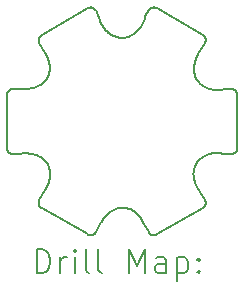
<source format=gbr>
%TF.GenerationSoftware,KiCad,Pcbnew,7.0.9-7.0.9~ubuntu22.04.1*%
%TF.CreationDate,2023-12-19T20:01:29+01:00*%
%TF.ProjectId,StarPCB,53746172-5043-4422-9e6b-696361645f70,rev?*%
%TF.SameCoordinates,Original*%
%TF.FileFunction,Drillmap*%
%TF.FilePolarity,Positive*%
%FSLAX45Y45*%
G04 Gerber Fmt 4.5, Leading zero omitted, Abs format (unit mm)*
G04 Created by KiCad (PCBNEW 7.0.9-7.0.9~ubuntu22.04.1) date 2023-12-19 20:01:29*
%MOMM*%
%LPD*%
G01*
G04 APERTURE LIST*
%ADD10C,0.200000*%
G04 APERTURE END LIST*
D10*
X12435558Y-6300781D02*
X12437977Y-6300905D01*
X12440396Y-6301149D01*
X12442811Y-6301512D01*
X12445217Y-6301996D01*
X12447611Y-6302603D01*
X12449988Y-6303332D01*
X12452344Y-6304186D01*
X12454675Y-6305166D01*
X12456976Y-6306272D01*
X12459243Y-6307506D01*
X12848934Y-6532506D01*
X12851137Y-6533852D01*
X12853246Y-6535292D01*
X12855260Y-6536821D01*
X12857178Y-6538434D01*
X12858999Y-6540128D01*
X12860722Y-6541898D01*
X12862346Y-6543740D01*
X12863869Y-6545650D01*
X12865290Y-6547623D01*
X12866609Y-6549656D01*
X12867823Y-6551744D01*
X12868933Y-6553882D01*
X12869936Y-6556068D01*
X12870832Y-6558296D01*
X12871619Y-6560562D01*
X12872297Y-6562862D01*
X12872863Y-6565191D01*
X12873318Y-6567546D01*
X12873660Y-6569923D01*
X12873887Y-6572316D01*
X12873998Y-6574722D01*
X12873994Y-6577137D01*
X12873871Y-6579556D01*
X12873630Y-6581975D01*
X12873268Y-6584390D01*
X12872785Y-6586797D01*
X12872180Y-6589191D01*
X12871452Y-6591568D01*
X12870599Y-6593924D01*
X12869620Y-6596254D01*
X12868514Y-6598555D01*
X12867280Y-6600823D01*
X12828778Y-6665596D01*
X12819475Y-6681993D01*
X12810612Y-6698588D01*
X12806394Y-6706977D01*
X12802345Y-6715437D01*
X12798484Y-6723975D01*
X12794830Y-6732598D01*
X12789949Y-6744031D01*
X12785727Y-6755515D01*
X12782164Y-6767026D01*
X12779260Y-6778542D01*
X12777014Y-6790039D01*
X12775428Y-6801493D01*
X12774500Y-6812883D01*
X12774230Y-6824185D01*
X12774618Y-6835375D01*
X12775665Y-6846432D01*
X12777370Y-6857331D01*
X12779733Y-6868049D01*
X12782753Y-6878564D01*
X12786432Y-6888853D01*
X12790768Y-6898892D01*
X12795761Y-6908658D01*
X12800227Y-6915911D01*
X12805025Y-6922891D01*
X12815572Y-6936019D01*
X12827322Y-6948015D01*
X12840193Y-6958854D01*
X12854104Y-6968510D01*
X12868973Y-6976959D01*
X12884720Y-6984174D01*
X12901262Y-6990129D01*
X12918519Y-6994800D01*
X12936409Y-6998161D01*
X12954851Y-7000186D01*
X12973763Y-7000849D01*
X12993064Y-7000126D01*
X13012673Y-6997990D01*
X13032508Y-6994415D01*
X13052489Y-6989377D01*
X13091608Y-6989377D01*
X13094189Y-6989442D01*
X13096734Y-6989635D01*
X13099242Y-6989952D01*
X13101708Y-6990391D01*
X13104131Y-6990948D01*
X13106506Y-6991620D01*
X13108831Y-6992405D01*
X13111102Y-6993298D01*
X13113317Y-6994298D01*
X13115473Y-6995400D01*
X13117565Y-6996603D01*
X13119592Y-6997901D01*
X13121551Y-6999294D01*
X13123437Y-7000777D01*
X13125248Y-7002347D01*
X13126981Y-7004001D01*
X13128634Y-7005737D01*
X13130201Y-7007551D01*
X13131682Y-7009439D01*
X13133072Y-7011400D01*
X13134369Y-7013429D01*
X13135569Y-7015524D01*
X13136669Y-7017681D01*
X13137667Y-7019898D01*
X13138558Y-7022171D01*
X13139341Y-7024497D01*
X13140012Y-7026874D01*
X13140568Y-7029298D01*
X13141006Y-7031765D01*
X13141322Y-7034273D01*
X13141514Y-7036819D01*
X13141579Y-7039400D01*
X13141579Y-7489398D01*
X13141514Y-7491979D01*
X13141322Y-7494525D01*
X13141005Y-7497034D01*
X13140568Y-7499501D01*
X13140012Y-7501925D01*
X13139341Y-7504301D01*
X13138558Y-7506628D01*
X13137666Y-7508901D01*
X13136669Y-7511118D01*
X13135568Y-7513275D01*
X13134368Y-7515370D01*
X13133072Y-7517399D01*
X13131682Y-7519360D01*
X13130201Y-7521248D01*
X13128633Y-7523062D01*
X13126981Y-7524798D01*
X13125248Y-7526452D01*
X13123437Y-7528022D01*
X13121550Y-7529505D01*
X13119592Y-7530898D01*
X13117565Y-7532197D01*
X13115473Y-7533399D01*
X13113317Y-7534501D01*
X13111102Y-7535501D01*
X13108831Y-7536394D01*
X13106506Y-7537179D01*
X13104131Y-7537851D01*
X13101708Y-7538408D01*
X13099242Y-7538847D01*
X13096734Y-7539164D01*
X13094189Y-7539356D01*
X13091608Y-7539421D01*
X13019107Y-7539421D01*
X13014456Y-7538348D01*
X13009801Y-7537352D01*
X13005143Y-7536434D01*
X13000483Y-7535593D01*
X12995822Y-7534831D01*
X12991162Y-7534146D01*
X12986504Y-7533540D01*
X12981848Y-7533013D01*
X12974106Y-7532777D01*
X12966436Y-7532764D01*
X12958842Y-7532973D01*
X12951328Y-7533400D01*
X12943900Y-7534045D01*
X12936560Y-7534904D01*
X12929315Y-7535976D01*
X12922168Y-7537257D01*
X12915125Y-7538747D01*
X12908189Y-7540443D01*
X12901365Y-7542342D01*
X12894658Y-7544442D01*
X12888072Y-7546742D01*
X12881611Y-7549239D01*
X12875281Y-7551931D01*
X12869086Y-7554815D01*
X12863030Y-7557890D01*
X12857118Y-7561152D01*
X12851354Y-7564601D01*
X12845744Y-7568234D01*
X12840290Y-7572048D01*
X12834999Y-7576042D01*
X12829874Y-7580212D01*
X12824920Y-7584558D01*
X12820141Y-7589077D01*
X12815543Y-7593766D01*
X12811129Y-7598623D01*
X12806904Y-7603647D01*
X12802873Y-7608834D01*
X12799041Y-7614184D01*
X12795410Y-7619693D01*
X12791987Y-7625359D01*
X12788462Y-7632041D01*
X12785252Y-7638845D01*
X12779773Y-7652789D01*
X12775542Y-7667131D01*
X12772548Y-7681813D01*
X12770783Y-7696776D01*
X12770238Y-7711960D01*
X12770902Y-7727306D01*
X12772766Y-7742756D01*
X12775821Y-7758249D01*
X12780058Y-7773727D01*
X12785467Y-7789131D01*
X12792038Y-7804402D01*
X12799763Y-7819480D01*
X12808632Y-7834307D01*
X12818635Y-7848823D01*
X12829764Y-7862969D01*
X12867280Y-7927977D01*
X12868514Y-7930244D01*
X12869620Y-7932545D01*
X12870599Y-7934876D01*
X12871452Y-7937232D01*
X12872181Y-7939609D01*
X12872786Y-7942003D01*
X12873268Y-7944409D01*
X12873630Y-7946824D01*
X12873871Y-7949243D01*
X12873994Y-7951662D01*
X12873999Y-7954077D01*
X12873887Y-7956483D01*
X12873660Y-7958876D01*
X12873318Y-7961252D01*
X12872864Y-7963608D01*
X12872297Y-7965937D01*
X12871620Y-7968237D01*
X12870832Y-7970503D01*
X12869937Y-7972731D01*
X12868933Y-7974916D01*
X12867824Y-7977055D01*
X12866609Y-7979143D01*
X12865291Y-7981176D01*
X12863870Y-7983150D01*
X12862346Y-7985060D01*
X12860723Y-7986902D01*
X12859000Y-7988672D01*
X12857179Y-7990366D01*
X12855261Y-7991979D01*
X12853246Y-7993508D01*
X12851137Y-7994947D01*
X12848935Y-7996294D01*
X12459244Y-8221292D01*
X12456976Y-8222526D01*
X12454675Y-8223633D01*
X12452345Y-8224613D01*
X12449989Y-8225467D01*
X12447612Y-8226197D01*
X12445218Y-8226803D01*
X12442811Y-8227287D01*
X12440396Y-8227651D01*
X12437977Y-8227894D01*
X12435558Y-8228019D01*
X12433144Y-8228026D01*
X12430738Y-8227916D01*
X12428344Y-8227691D01*
X12425968Y-8227352D01*
X12423613Y-8226900D01*
X12421283Y-8226336D01*
X12418983Y-8225660D01*
X12416718Y-8224876D01*
X12414490Y-8223982D01*
X12412304Y-8222981D01*
X12410166Y-8221874D01*
X12408078Y-8220661D01*
X12406045Y-8219345D01*
X12404071Y-8217925D01*
X12402162Y-8216404D01*
X12400319Y-8214782D01*
X12398549Y-8213060D01*
X12396856Y-8211240D01*
X12395242Y-8209323D01*
X12393714Y-8207310D01*
X12392274Y-8205201D01*
X12390928Y-8202999D01*
X12350413Y-8132872D01*
X12348918Y-8129415D01*
X12347406Y-8126044D01*
X12345880Y-8122761D01*
X12344346Y-8119568D01*
X12341268Y-8113456D01*
X12338205Y-8107721D01*
X12335191Y-8102375D01*
X12332261Y-8097430D01*
X12329449Y-8092899D01*
X12326787Y-8088792D01*
X12324311Y-8085124D01*
X12322054Y-8081905D01*
X12320050Y-8079149D01*
X12318334Y-8076866D01*
X12315897Y-8073773D01*
X12315016Y-8072722D01*
X12307530Y-8063693D01*
X12299724Y-8055178D01*
X12291614Y-8047186D01*
X12283217Y-8039726D01*
X12274553Y-8032808D01*
X12265638Y-8026441D01*
X12256491Y-8020634D01*
X12247128Y-8015396D01*
X12237568Y-8010738D01*
X12227828Y-8006667D01*
X12217926Y-8003193D01*
X12207879Y-8000325D01*
X12197706Y-7998074D01*
X12187423Y-7996447D01*
X12177049Y-7995454D01*
X12166601Y-7995105D01*
X12156332Y-7995639D01*
X12146140Y-7996794D01*
X12136043Y-7998561D01*
X12126058Y-8000931D01*
X12116201Y-8003895D01*
X12106488Y-8007445D01*
X12096938Y-8011570D01*
X12087566Y-8016262D01*
X12078390Y-8021512D01*
X12069425Y-8027312D01*
X12060689Y-8033651D01*
X12052199Y-8040522D01*
X12043971Y-8047915D01*
X12036022Y-8055821D01*
X12028369Y-8064232D01*
X12021028Y-8073137D01*
X12016585Y-8078159D01*
X12014451Y-8080705D01*
X12012375Y-8083280D01*
X12010356Y-8085887D01*
X12008392Y-8088528D01*
X12006484Y-8091206D01*
X12004629Y-8093925D01*
X12002827Y-8096688D01*
X12001078Y-8099499D01*
X11999379Y-8102359D01*
X11997731Y-8105273D01*
X11996133Y-8108244D01*
X11994583Y-8111274D01*
X11993080Y-8114367D01*
X11991624Y-8117526D01*
X11942272Y-8202999D01*
X11940926Y-8205201D01*
X11939486Y-8207310D01*
X11937957Y-8209323D01*
X11936344Y-8211240D01*
X11934650Y-8213060D01*
X11932880Y-8214782D01*
X11931038Y-8216404D01*
X11929128Y-8217925D01*
X11927155Y-8219345D01*
X11925122Y-8220661D01*
X11923034Y-8221874D01*
X11920895Y-8222981D01*
X11918710Y-8223982D01*
X11916482Y-8224876D01*
X11914216Y-8225661D01*
X11911916Y-8226336D01*
X11909587Y-8226900D01*
X11907231Y-8227352D01*
X11904855Y-8227692D01*
X11902462Y-8227916D01*
X11900056Y-8228026D01*
X11897641Y-8228019D01*
X11895222Y-8227895D01*
X11892803Y-8227651D01*
X11890388Y-8227288D01*
X11887982Y-8226804D01*
X11885588Y-8226197D01*
X11883211Y-8225468D01*
X11880855Y-8224614D01*
X11878524Y-8223634D01*
X11876223Y-8222528D01*
X11873956Y-8221294D01*
X11484264Y-7996294D01*
X11482061Y-7994947D01*
X11479952Y-7993508D01*
X11477938Y-7991979D01*
X11476020Y-7990366D01*
X11474199Y-7988672D01*
X11472476Y-7986902D01*
X11470853Y-7985060D01*
X11469330Y-7983150D01*
X11467908Y-7981177D01*
X11466590Y-7979144D01*
X11465375Y-7977056D01*
X11464266Y-7974918D01*
X11463263Y-7972732D01*
X11462367Y-7970504D01*
X11461580Y-7968238D01*
X11460902Y-7965938D01*
X11460336Y-7963609D01*
X11459881Y-7961254D01*
X11459539Y-7958877D01*
X11459312Y-7956484D01*
X11459201Y-7954078D01*
X11459205Y-7951663D01*
X11459328Y-7949244D01*
X11459570Y-7946825D01*
X11459931Y-7944410D01*
X11460414Y-7942003D01*
X11461019Y-7939609D01*
X11461747Y-7937232D01*
X11462601Y-7934876D01*
X11463580Y-7932546D01*
X11464685Y-7930245D01*
X11465919Y-7927977D01*
X11511653Y-7848758D01*
X11515235Y-7843585D01*
X11518682Y-7838357D01*
X11521990Y-7833077D01*
X11525159Y-7827746D01*
X11528188Y-7822368D01*
X11531074Y-7816945D01*
X11533817Y-7811481D01*
X11536415Y-7805977D01*
X11536608Y-7805448D01*
X11536790Y-7804915D01*
X11537130Y-7803840D01*
X11537790Y-7801680D01*
X11538152Y-7800612D01*
X11538350Y-7800084D01*
X11538563Y-7799562D01*
X11538794Y-7799047D01*
X11539045Y-7798539D01*
X11539319Y-7798041D01*
X11539619Y-7797551D01*
X11543947Y-7786524D01*
X11547665Y-7775466D01*
X11550773Y-7764395D01*
X11553272Y-7753333D01*
X11555162Y-7742300D01*
X11556444Y-7731317D01*
X11557118Y-7720403D01*
X11557184Y-7709579D01*
X11556643Y-7698866D01*
X11555496Y-7688283D01*
X11553742Y-7677852D01*
X11551383Y-7667592D01*
X11548419Y-7657524D01*
X11544850Y-7647668D01*
X11540676Y-7638044D01*
X11535899Y-7628673D01*
X11530273Y-7619778D01*
X11524121Y-7611276D01*
X11517461Y-7603178D01*
X11510311Y-7595496D01*
X11502688Y-7588239D01*
X11494608Y-7581418D01*
X11486090Y-7575045D01*
X11477151Y-7569129D01*
X11467808Y-7563683D01*
X11458078Y-7558716D01*
X11447979Y-7554238D01*
X11437528Y-7550262D01*
X11426742Y-7546798D01*
X11415638Y-7543856D01*
X11404235Y-7541448D01*
X11392548Y-7539583D01*
X11392541Y-7539564D01*
X11392533Y-7539544D01*
X11392518Y-7539505D01*
X11392502Y-7539466D01*
X11392486Y-7539426D01*
X11390678Y-7539427D01*
X11385227Y-7538607D01*
X11379734Y-7537908D01*
X11374202Y-7537331D01*
X11368633Y-7536875D01*
X11363028Y-7536542D01*
X11357392Y-7536330D01*
X11351724Y-7536241D01*
X11346030Y-7536275D01*
X11342734Y-7536556D01*
X11337799Y-7536781D01*
X11325197Y-7537161D01*
X11312595Y-7537617D01*
X11307661Y-7537937D01*
X11305775Y-7538130D01*
X11304367Y-7538350D01*
X11241592Y-7539424D01*
X11239011Y-7539401D01*
X11236466Y-7539245D01*
X11233959Y-7538960D01*
X11231492Y-7538548D01*
X11229070Y-7538013D01*
X11226695Y-7537358D01*
X11224370Y-7536588D01*
X11222099Y-7535704D01*
X11219884Y-7534712D01*
X11217729Y-7533612D01*
X11215636Y-7532411D01*
X11213609Y-7531110D01*
X11211651Y-7529713D01*
X11209764Y-7528223D01*
X11207953Y-7526644D01*
X11206220Y-7524979D01*
X11204567Y-7523231D01*
X11202999Y-7521405D01*
X11201519Y-7519502D01*
X11200129Y-7517528D01*
X11198832Y-7515484D01*
X11197632Y-7513374D01*
X11196531Y-7511202D01*
X11195534Y-7508971D01*
X11194642Y-7506684D01*
X11193859Y-7504345D01*
X11193188Y-7501958D01*
X11192632Y-7499524D01*
X11192194Y-7497049D01*
X11191878Y-7494534D01*
X11191686Y-7491985D01*
X11191621Y-7489403D01*
X11191621Y-7039406D01*
X11191686Y-7036825D01*
X11191878Y-7034279D01*
X11192194Y-7031771D01*
X11192632Y-7029303D01*
X11193187Y-7026879D01*
X11193858Y-7024503D01*
X11194641Y-7022176D01*
X11195533Y-7019903D01*
X11196530Y-7017686D01*
X11197631Y-7015528D01*
X11198831Y-7013434D01*
X11200127Y-7011404D01*
X11201517Y-7009444D01*
X11202998Y-7007555D01*
X11204565Y-7005741D01*
X11206218Y-7004006D01*
X11207951Y-7002351D01*
X11209762Y-7000781D01*
X11211648Y-6999298D01*
X11213607Y-6997905D01*
X11215634Y-6996607D01*
X11217726Y-6995404D01*
X11219882Y-6994302D01*
X11222097Y-6993302D01*
X11224368Y-6992409D01*
X11226693Y-6991624D01*
X11229068Y-6990952D01*
X11231491Y-6990395D01*
X11233958Y-6989956D01*
X11236465Y-6989639D01*
X11239011Y-6989447D01*
X11241592Y-6989382D01*
X11318578Y-6990602D01*
X11337840Y-6990267D01*
X11347437Y-6989834D01*
X11357002Y-6989185D01*
X11366528Y-6988287D01*
X11376010Y-6987111D01*
X11385440Y-6985625D01*
X11394812Y-6983800D01*
X11405996Y-6981819D01*
X11416911Y-6979335D01*
X11427541Y-6976358D01*
X11437871Y-6972898D01*
X11447885Y-6968963D01*
X11457568Y-6964565D01*
X11466905Y-6959712D01*
X11475879Y-6954415D01*
X11484476Y-6948683D01*
X11492680Y-6942525D01*
X11500476Y-6935952D01*
X11507848Y-6928973D01*
X11514780Y-6921597D01*
X11521258Y-6913836D01*
X11527266Y-6905697D01*
X11532788Y-6897191D01*
X11537433Y-6888080D01*
X11541508Y-6878729D01*
X11545012Y-6869156D01*
X11547945Y-6859380D01*
X11550305Y-6849419D01*
X11552092Y-6839292D01*
X11553306Y-6829018D01*
X11553945Y-6818616D01*
X11554010Y-6808104D01*
X11553500Y-6797500D01*
X11552413Y-6786825D01*
X11550750Y-6776096D01*
X11548509Y-6765331D01*
X11545691Y-6754551D01*
X11542293Y-6743773D01*
X11538317Y-6733016D01*
X11537339Y-6729645D01*
X11535918Y-6725564D01*
X11533702Y-6719996D01*
X11530560Y-6713026D01*
X11528603Y-6709042D01*
X11526365Y-6704738D01*
X11523830Y-6700126D01*
X11520984Y-6695216D01*
X11517809Y-6690018D01*
X11514288Y-6684543D01*
X11465919Y-6600827D01*
X11464685Y-6598560D01*
X11463580Y-6596259D01*
X11462601Y-6593929D01*
X11461747Y-6591573D01*
X11461019Y-6589196D01*
X11460414Y-6586802D01*
X11459931Y-6584395D01*
X11459570Y-6581980D01*
X11459328Y-6579561D01*
X11459205Y-6577142D01*
X11459201Y-6574728D01*
X11459312Y-6572321D01*
X11459540Y-6569928D01*
X11459881Y-6567552D01*
X11460336Y-6565196D01*
X11460902Y-6562867D01*
X11461580Y-6560567D01*
X11462367Y-6558301D01*
X11463263Y-6556073D01*
X11464266Y-6553887D01*
X11465375Y-6551749D01*
X11466590Y-6549661D01*
X11467909Y-6547628D01*
X11469330Y-6545654D01*
X11470853Y-6543744D01*
X11472476Y-6541902D01*
X11474199Y-6540132D01*
X11476020Y-6538438D01*
X11477939Y-6536825D01*
X11479953Y-6535297D01*
X11482062Y-6533857D01*
X11484264Y-6532511D01*
X11873956Y-6307512D01*
X11875653Y-6306575D01*
X11877369Y-6305709D01*
X11879102Y-6304916D01*
X11880850Y-6304193D01*
X11882613Y-6303541D01*
X11884388Y-6302960D01*
X11886173Y-6302448D01*
X11887967Y-6302005D01*
X11889768Y-6301632D01*
X11891574Y-6301326D01*
X11893384Y-6301088D01*
X11895197Y-6300917D01*
X11897009Y-6300814D01*
X11898820Y-6300776D01*
X11900628Y-6300804D01*
X11902431Y-6300898D01*
X11902431Y-6300897D01*
X11902431Y-6300896D01*
X11902431Y-6300896D01*
X11902431Y-6300895D01*
X11902431Y-6300895D01*
X11902431Y-6300895D01*
X11902431Y-6300894D01*
X11902431Y-6300894D01*
X11902431Y-6300893D01*
X11902431Y-6300893D01*
X11902431Y-6300892D01*
X11902432Y-6300892D01*
X11902432Y-6300892D01*
X11902432Y-6300892D01*
X11902432Y-6300892D01*
X11902432Y-6300892D01*
X11902432Y-6300891D01*
X11905421Y-6301191D01*
X11908382Y-6301668D01*
X11911307Y-6302321D01*
X11914188Y-6303147D01*
X11917017Y-6304145D01*
X11919785Y-6305311D01*
X11922484Y-6306645D01*
X11925105Y-6308143D01*
X11927640Y-6309804D01*
X11930080Y-6311626D01*
X11932418Y-6313606D01*
X11933546Y-6314654D01*
X11934645Y-6315741D01*
X11935714Y-6316867D01*
X11936752Y-6318031D01*
X11937758Y-6319233D01*
X11938731Y-6320472D01*
X11939670Y-6321749D01*
X11940574Y-6323063D01*
X11941442Y-6324414D01*
X11942272Y-6325801D01*
X11963563Y-6362697D01*
X11965877Y-6373287D01*
X11968530Y-6383671D01*
X11971515Y-6393842D01*
X11974823Y-6403790D01*
X11978444Y-6413508D01*
X11982371Y-6422988D01*
X11986596Y-6432220D01*
X11991108Y-6441196D01*
X11995900Y-6449909D01*
X12000964Y-6458348D01*
X12006290Y-6466508D01*
X12011870Y-6474378D01*
X12017696Y-6481950D01*
X12023759Y-6489217D01*
X12030049Y-6496169D01*
X12036560Y-6502798D01*
X12043282Y-6509097D01*
X12050206Y-6515056D01*
X12057324Y-6520667D01*
X12064627Y-6525922D01*
X12072108Y-6530812D01*
X12079756Y-6535329D01*
X12087564Y-6539464D01*
X12095523Y-6543210D01*
X12103625Y-6546558D01*
X12111860Y-6549499D01*
X12120221Y-6552025D01*
X12128698Y-6554128D01*
X12137284Y-6555799D01*
X12145969Y-6557030D01*
X12154745Y-6557812D01*
X12163603Y-6558138D01*
X12172120Y-6557896D01*
X12180565Y-6557230D01*
X12188931Y-6556149D01*
X12197211Y-6554658D01*
X12205396Y-6552765D01*
X12213478Y-6550477D01*
X12221450Y-6547802D01*
X12229304Y-6544746D01*
X12237031Y-6541318D01*
X12244625Y-6537523D01*
X12252077Y-6533370D01*
X12259379Y-6528866D01*
X12266523Y-6524017D01*
X12273502Y-6518832D01*
X12286933Y-6507478D01*
X12299607Y-6494863D01*
X12311463Y-6481044D01*
X12322438Y-6466079D01*
X12332467Y-6450026D01*
X12341490Y-6432941D01*
X12349442Y-6414884D01*
X12356262Y-6395912D01*
X12361885Y-6376082D01*
X12390927Y-6325801D01*
X12392273Y-6323599D01*
X12393713Y-6321490D01*
X12395242Y-6319477D01*
X12396855Y-6317560D01*
X12398549Y-6315740D01*
X12400319Y-6314018D01*
X12402161Y-6312396D01*
X12404071Y-6310875D01*
X12406045Y-6309455D01*
X12408077Y-6308138D01*
X12410165Y-6306926D01*
X12412304Y-6305819D01*
X12414490Y-6304818D01*
X12416717Y-6303924D01*
X12418983Y-6303139D01*
X12421283Y-6302464D01*
X12423613Y-6301900D01*
X12425968Y-6301448D01*
X12428344Y-6301108D01*
X12430737Y-6300884D01*
X12433144Y-6300774D01*
X12435558Y-6300781D01*
X11442398Y-8549510D02*
X11442398Y-8349510D01*
X11442398Y-8349510D02*
X11490017Y-8349510D01*
X11490017Y-8349510D02*
X11518589Y-8359034D01*
X11518589Y-8359034D02*
X11537636Y-8378081D01*
X11537636Y-8378081D02*
X11547160Y-8397129D01*
X11547160Y-8397129D02*
X11556684Y-8435224D01*
X11556684Y-8435224D02*
X11556684Y-8463796D01*
X11556684Y-8463796D02*
X11547160Y-8501891D01*
X11547160Y-8501891D02*
X11537636Y-8520938D01*
X11537636Y-8520938D02*
X11518589Y-8539986D01*
X11518589Y-8539986D02*
X11490017Y-8549510D01*
X11490017Y-8549510D02*
X11442398Y-8549510D01*
X11642398Y-8549510D02*
X11642398Y-8416177D01*
X11642398Y-8454272D02*
X11651922Y-8435224D01*
X11651922Y-8435224D02*
X11661446Y-8425700D01*
X11661446Y-8425700D02*
X11680493Y-8416177D01*
X11680493Y-8416177D02*
X11699541Y-8416177D01*
X11766208Y-8549510D02*
X11766208Y-8416177D01*
X11766208Y-8349510D02*
X11756684Y-8359034D01*
X11756684Y-8359034D02*
X11766208Y-8368557D01*
X11766208Y-8368557D02*
X11775731Y-8359034D01*
X11775731Y-8359034D02*
X11766208Y-8349510D01*
X11766208Y-8349510D02*
X11766208Y-8368557D01*
X11890017Y-8549510D02*
X11870970Y-8539986D01*
X11870970Y-8539986D02*
X11861446Y-8520938D01*
X11861446Y-8520938D02*
X11861446Y-8349510D01*
X11994779Y-8549510D02*
X11975731Y-8539986D01*
X11975731Y-8539986D02*
X11966208Y-8520938D01*
X11966208Y-8520938D02*
X11966208Y-8349510D01*
X12223351Y-8549510D02*
X12223351Y-8349510D01*
X12223351Y-8349510D02*
X12290017Y-8492367D01*
X12290017Y-8492367D02*
X12356684Y-8349510D01*
X12356684Y-8349510D02*
X12356684Y-8549510D01*
X12537636Y-8549510D02*
X12537636Y-8444748D01*
X12537636Y-8444748D02*
X12528112Y-8425700D01*
X12528112Y-8425700D02*
X12509065Y-8416177D01*
X12509065Y-8416177D02*
X12470970Y-8416177D01*
X12470970Y-8416177D02*
X12451922Y-8425700D01*
X12537636Y-8539986D02*
X12518589Y-8549510D01*
X12518589Y-8549510D02*
X12470970Y-8549510D01*
X12470970Y-8549510D02*
X12451922Y-8539986D01*
X12451922Y-8539986D02*
X12442398Y-8520938D01*
X12442398Y-8520938D02*
X12442398Y-8501891D01*
X12442398Y-8501891D02*
X12451922Y-8482843D01*
X12451922Y-8482843D02*
X12470970Y-8473319D01*
X12470970Y-8473319D02*
X12518589Y-8473319D01*
X12518589Y-8473319D02*
X12537636Y-8463796D01*
X12632874Y-8416177D02*
X12632874Y-8616177D01*
X12632874Y-8425700D02*
X12651922Y-8416177D01*
X12651922Y-8416177D02*
X12690017Y-8416177D01*
X12690017Y-8416177D02*
X12709065Y-8425700D01*
X12709065Y-8425700D02*
X12718589Y-8435224D01*
X12718589Y-8435224D02*
X12728112Y-8454272D01*
X12728112Y-8454272D02*
X12728112Y-8511415D01*
X12728112Y-8511415D02*
X12718589Y-8530462D01*
X12718589Y-8530462D02*
X12709065Y-8539986D01*
X12709065Y-8539986D02*
X12690017Y-8549510D01*
X12690017Y-8549510D02*
X12651922Y-8549510D01*
X12651922Y-8549510D02*
X12632874Y-8539986D01*
X12813827Y-8530462D02*
X12823351Y-8539986D01*
X12823351Y-8539986D02*
X12813827Y-8549510D01*
X12813827Y-8549510D02*
X12804303Y-8539986D01*
X12804303Y-8539986D02*
X12813827Y-8530462D01*
X12813827Y-8530462D02*
X12813827Y-8549510D01*
X12813827Y-8425700D02*
X12823351Y-8435224D01*
X12823351Y-8435224D02*
X12813827Y-8444748D01*
X12813827Y-8444748D02*
X12804303Y-8435224D01*
X12804303Y-8435224D02*
X12813827Y-8425700D01*
X12813827Y-8425700D02*
X12813827Y-8444748D01*
M02*

</source>
